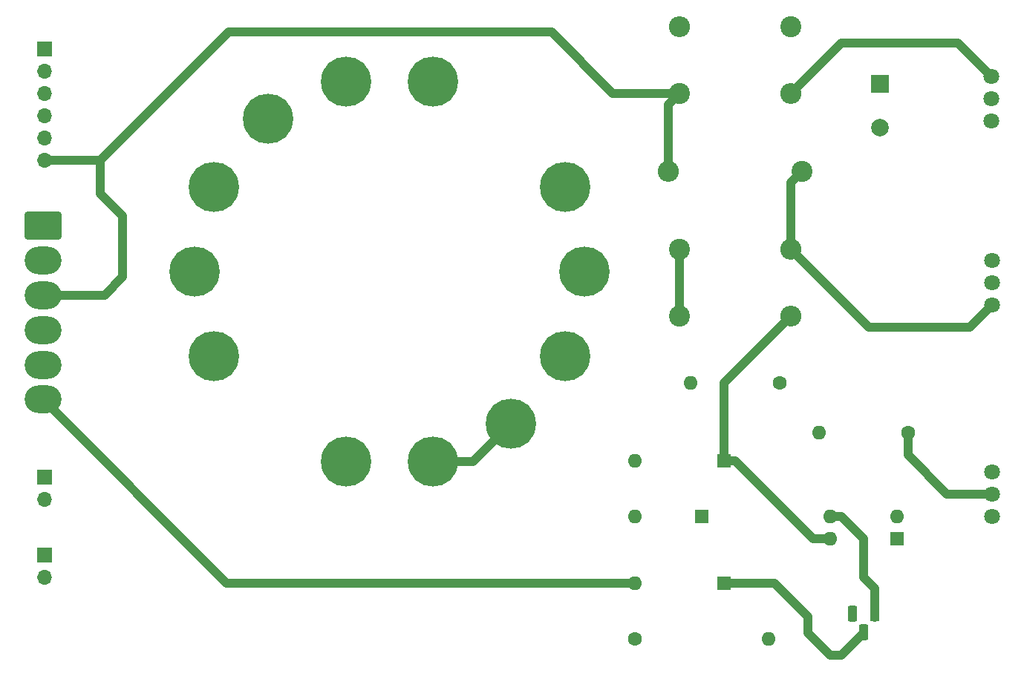
<source format=gbr>
%TF.GenerationSoftware,KiCad,Pcbnew,6.0.9-8da3e8f707~117~ubuntu22.04.1*%
%TF.CreationDate,2022-12-13T20:05:36-05:00*%
%TF.ProjectId,anderson_crt,616e6465-7273-46f6-9e5f-6372742e6b69,rev?*%
%TF.SameCoordinates,Original*%
%TF.FileFunction,Copper,L2,Bot*%
%TF.FilePolarity,Positive*%
%FSLAX46Y46*%
G04 Gerber Fmt 4.6, Leading zero omitted, Abs format (unit mm)*
G04 Created by KiCad (PCBNEW 6.0.9-8da3e8f707~117~ubuntu22.04.1) date 2022-12-13 20:05:36*
%MOMM*%
%LPD*%
G01*
G04 APERTURE LIST*
G04 Aperture macros list*
%AMRoundRect*
0 Rectangle with rounded corners*
0 $1 Rounding radius*
0 $2 $3 $4 $5 $6 $7 $8 $9 X,Y pos of 4 corners*
0 Add a 4 corners polygon primitive as box body*
4,1,4,$2,$3,$4,$5,$6,$7,$8,$9,$2,$3,0*
0 Add four circle primitives for the rounded corners*
1,1,$1+$1,$2,$3*
1,1,$1+$1,$4,$5*
1,1,$1+$1,$6,$7*
1,1,$1+$1,$8,$9*
0 Add four rect primitives between the rounded corners*
20,1,$1+$1,$2,$3,$4,$5,0*
20,1,$1+$1,$4,$5,$6,$7,0*
20,1,$1+$1,$6,$7,$8,$9,0*
20,1,$1+$1,$8,$9,$2,$3,0*%
G04 Aperture macros list end*
%TA.AperFunction,ComponentPad*%
%ADD10R,1.700000X1.700000*%
%TD*%
%TA.AperFunction,ComponentPad*%
%ADD11O,1.700000X1.700000*%
%TD*%
%TA.AperFunction,ComponentPad*%
%ADD12R,1.600000X1.600000*%
%TD*%
%TA.AperFunction,ComponentPad*%
%ADD13O,1.600000X1.600000*%
%TD*%
%TA.AperFunction,ComponentPad*%
%ADD14C,1.600000*%
%TD*%
%TA.AperFunction,ComponentPad*%
%ADD15RoundRect,0.250000X-1.850000X1.330000X-1.850000X-1.330000X1.850000X-1.330000X1.850000X1.330000X0*%
%TD*%
%TA.AperFunction,ComponentPad*%
%ADD16O,4.200000X3.160000*%
%TD*%
%TA.AperFunction,ComponentPad*%
%ADD17R,1.100000X1.800000*%
%TD*%
%TA.AperFunction,ComponentPad*%
%ADD18RoundRect,0.275000X0.275000X0.625000X-0.275000X0.625000X-0.275000X-0.625000X0.275000X-0.625000X0*%
%TD*%
%TA.AperFunction,ComponentPad*%
%ADD19C,2.400000*%
%TD*%
%TA.AperFunction,ComponentPad*%
%ADD20O,2.400000X2.400000*%
%TD*%
%TA.AperFunction,ComponentPad*%
%ADD21C,1.800000*%
%TD*%
%TA.AperFunction,ComponentPad*%
%ADD22C,5.715000*%
%TD*%
%TA.AperFunction,ComponentPad*%
%ADD23R,2.000000X2.000000*%
%TD*%
%TA.AperFunction,ComponentPad*%
%ADD24C,2.000000*%
%TD*%
%TA.AperFunction,Conductor*%
%ADD25C,1.016000*%
%TD*%
G04 APERTURE END LIST*
D10*
%TO.P,J3,1,Pin_1*%
%TO.N,/+360V*%
X86360000Y-62230000D03*
D11*
%TO.P,J3,2,Pin_2*%
%TO.N,Net-(CRT1-Pad7)*%
X86360000Y-64770000D03*
%TO.P,J3,3,Pin_3*%
%TO.N,Net-(CRT1-Pad8)*%
X86360000Y-67310000D03*
%TO.P,J3,4,Pin_4*%
%TO.N,Net-(CRT1-Pad10)*%
X86360000Y-69850000D03*
%TO.P,J3,5,Pin_5*%
%TO.N,Net-(CRT1-Pad11)*%
X86360000Y-72390000D03*
%TO.P,J3,6,Pin_6*%
%TO.N,/0V*%
X86360000Y-74930000D03*
%TD*%
D12*
%TO.P,D1,1,K*%
%TO.N,/-1320V*%
X163830000Y-109220000D03*
D13*
%TO.P,D1,2,A*%
%TO.N,/H1*%
X153670000Y-109220000D03*
%TD*%
D12*
%TO.P,D2,1,K*%
%TO.N,Net-(D2-Pad1)*%
X161290000Y-115570000D03*
D13*
%TO.P,D2,2,A*%
%TO.N,/H1*%
X153670000Y-115570000D03*
%TD*%
D14*
%TO.P,R2,1*%
%TO.N,/-1400V*%
X153670000Y-129540000D03*
D13*
%TO.P,R2,2*%
%TO.N,Net-(Q1-Pad3)*%
X168910000Y-129540000D03*
%TD*%
D15*
%TO.P,J1,1,Pin_1*%
%TO.N,/+360V*%
X86135000Y-82435000D03*
D16*
%TO.P,J1,2,Pin_2*%
%TO.N,unconnected-(J1-Pad2)*%
X86135000Y-86395000D03*
%TO.P,J1,3,Pin_3*%
%TO.N,/0V*%
X86135000Y-90355000D03*
%TO.P,J1,4,Pin_4*%
%TO.N,unconnected-(J1-Pad4)*%
X86135000Y-94315000D03*
%TO.P,J1,5,Pin_5*%
%TO.N,unconnected-(J1-Pad5)*%
X86135000Y-98275000D03*
%TO.P,J1,6,Pin_6*%
%TO.N,/-1400V*%
X86135000Y-102235000D03*
%TD*%
D17*
%TO.P,Q1,1,E*%
%TO.N,Net-(Q1-Pad1)*%
X180975000Y-126715000D03*
D18*
%TO.P,Q1,2,B*%
%TO.N,Net-(D2-Pad1)*%
X179705000Y-128785000D03*
%TO.P,Q1,3,C*%
%TO.N,Net-(Q1-Pad3)*%
X178435000Y-126715000D03*
%TD*%
D12*
%TO.P,U1,1*%
%TO.N,unconnected-(U1-Pad1)*%
X183505000Y-118115000D03*
D13*
%TO.P,U1,2*%
%TO.N,Net-(J2-Pad2)*%
X183505000Y-115575000D03*
%TO.P,U1,3*%
%TO.N,Net-(Q1-Pad1)*%
X175885000Y-115575000D03*
%TO.P,U1,4*%
%TO.N,/-1320V*%
X175885000Y-118115000D03*
%TD*%
D19*
%TO.P,R7,1*%
%TO.N,/-935V*%
X158750000Y-92710000D03*
D20*
%TO.P,R7,2*%
%TO.N,/-1320V*%
X171450000Y-92710000D03*
%TD*%
D19*
%TO.P,R6,1*%
%TO.N,/-935V*%
X158750000Y-85090000D03*
D20*
%TO.P,R6,2*%
%TO.N,Net-(R5-Pad1)*%
X171450000Y-85090000D03*
%TD*%
D10*
%TO.P,J2,1,Pin_1*%
%TO.N,Net-(J2-Pad1)*%
X86360000Y-120015000D03*
D11*
%TO.P,J2,2,Pin_2*%
%TO.N,Net-(J2-Pad2)*%
X86360000Y-122555000D03*
%TD*%
D19*
%TO.P,R3,1*%
%TO.N,Net-(R3-Pad1)*%
X171450000Y-59690000D03*
D20*
%TO.P,R3,2*%
%TO.N,/+360V*%
X158750000Y-59690000D03*
%TD*%
D21*
%TO.P,RV3,1,1*%
%TO.N,Net-(J2-Pad1)*%
X194330000Y-115570000D03*
%TO.P,RV3,2,2*%
%TO.N,unconnected-(RV3-Pad2)*%
X194330000Y-113030000D03*
%TO.P,RV3,3,3*%
%TO.N,Net-(J2-Pad2)*%
X194330000Y-110490000D03*
%TD*%
%TO.P,RV1,1,1*%
%TO.N,Net-(R3-Pad1)*%
X194310000Y-70485000D03*
%TO.P,RV1,2,2*%
%TO.N,Net-(C1-Pad1)*%
X194310000Y-67945000D03*
%TO.P,RV1,3,3*%
%TO.N,Net-(R4-Pad2)*%
X194310000Y-65405000D03*
%TD*%
D22*
%TO.P,CRT1,1,H1*%
%TO.N,/H1*%
X130581354Y-109288000D03*
%TO.P,CRT1,2,K*%
X139492354Y-104996000D03*
%TO.P,CRT1,3,G1*%
%TO.N,Net-(CRT1-Pad3)*%
X145659354Y-97263000D03*
%TO.P,CRT1,4*%
%TO.N,N/C*%
X147860354Y-87620000D03*
%TO.P,CRT1,5,A1*%
%TO.N,Net-(CRT1-Pad5)*%
X145659354Y-77977000D03*
%TO.P,CRT1,7,Y1*%
%TO.N,Net-(CRT1-Pad7)*%
X130581354Y-65952000D03*
%TO.P,CRT1,8,Y2*%
%TO.N,Net-(CRT1-Pad8)*%
X120689354Y-65952000D03*
%TO.P,CRT1,9,A2*%
%TO.N,Net-(C1-Pad1)*%
X111778354Y-70244000D03*
%TO.P,CRT1,10,X1*%
%TO.N,Net-(CRT1-Pad10)*%
X105611354Y-77977000D03*
%TO.P,CRT1,11,X2*%
%TO.N,Net-(CRT1-Pad11)*%
X103410354Y-87620000D03*
%TO.P,CRT1,12*%
%TO.N,N/C*%
X105611354Y-97263000D03*
%TO.P,CRT1,14,H2*%
%TO.N,/H2*%
X120689354Y-109288000D03*
%TD*%
D12*
%TO.P,D3,1,K*%
%TO.N,Net-(D2-Pad1)*%
X163830000Y-123190000D03*
D13*
%TO.P,D3,2,A*%
%TO.N,/-1400V*%
X153670000Y-123190000D03*
%TD*%
D14*
%TO.P,R8,1*%
%TO.N,Net-(Q1-Pad3)*%
X170180000Y-100330000D03*
D13*
%TO.P,R8,2*%
%TO.N,Net-(CRT1-Pad3)*%
X160020000Y-100330000D03*
%TD*%
D14*
%TO.P,R1,1*%
%TO.N,Net-(R1-Pad1)*%
X184785000Y-106045000D03*
D13*
%TO.P,R1,2*%
%TO.N,Net-(R1-Pad2)*%
X174625000Y-106045000D03*
%TD*%
D19*
%TO.P,R5,1*%
%TO.N,Net-(R5-Pad1)*%
X172720000Y-76200000D03*
D20*
%TO.P,R5,2*%
%TO.N,/0V*%
X157480000Y-76200000D03*
%TD*%
D10*
%TO.P,J4,1,Pin_1*%
%TO.N,/H1*%
X86360000Y-111120000D03*
D11*
%TO.P,J4,2,Pin_2*%
%TO.N,/H2*%
X86360000Y-113660000D03*
%TD*%
D23*
%TO.P,C1,1*%
%TO.N,Net-(C1-Pad1)*%
X181610000Y-66212323D03*
D24*
%TO.P,C1,2*%
%TO.N,/0V*%
X181610000Y-71212323D03*
%TD*%
D21*
%TO.P,RV2,1,1*%
%TO.N,Net-(R5-Pad1)*%
X194330000Y-91440000D03*
%TO.P,RV2,2,2*%
%TO.N,Net-(CRT1-Pad5)*%
X194330000Y-88900000D03*
%TO.P,RV2,3,3*%
%TO.N,/-935V*%
X194330000Y-86360000D03*
%TD*%
D19*
%TO.P,R4,1*%
%TO.N,/0V*%
X158750000Y-67310000D03*
D20*
%TO.P,R4,2*%
%TO.N,Net-(R4-Pad2)*%
X171450000Y-67310000D03*
%TD*%
D25*
%TO.N,/0V*%
X107315000Y-60325000D02*
X144145000Y-60325000D01*
X144145000Y-60325000D02*
X151130000Y-67310000D01*
X92710000Y-74930000D02*
X107315000Y-60325000D01*
X151130000Y-67310000D02*
X158750000Y-67310000D01*
X86135000Y-90355000D02*
X93160000Y-90355000D01*
X93160000Y-90355000D02*
X95250000Y-88265000D01*
X95250000Y-88265000D02*
X95250000Y-81280000D01*
X92710000Y-78740000D02*
X92710000Y-74930000D01*
X95250000Y-81280000D02*
X92710000Y-78740000D01*
X157480000Y-68580000D02*
X158750000Y-67310000D01*
X157480000Y-76200000D02*
X157480000Y-68580000D01*
X86360000Y-74930000D02*
X92710000Y-74930000D01*
%TO.N,/H1*%
X130581354Y-109288000D02*
X135200354Y-109288000D01*
X135200354Y-109288000D02*
X139492354Y-104996000D01*
%TO.N,/-1320V*%
X173995000Y-118115000D02*
X175885000Y-118115000D01*
X171450000Y-92710000D02*
X163830000Y-100330000D01*
X163830000Y-109220000D02*
X165100000Y-109220000D01*
X165100000Y-109220000D02*
X173995000Y-118115000D01*
X163830000Y-100330000D02*
X163830000Y-109220000D01*
%TO.N,Net-(D2-Pad1)*%
X169545000Y-123190000D02*
X163830000Y-123190000D01*
X175895000Y-131445000D02*
X173355000Y-128905000D01*
X179705000Y-128385000D02*
X179705000Y-128905000D01*
X173355000Y-127000000D02*
X169545000Y-123190000D01*
X179705000Y-128905000D02*
X177165000Y-131445000D01*
X177165000Y-131445000D02*
X175895000Y-131445000D01*
X173355000Y-128905000D02*
X173355000Y-127000000D01*
%TO.N,/-1400V*%
X107090000Y-123190000D02*
X153670000Y-123190000D01*
X86135000Y-102235000D02*
X107090000Y-123190000D01*
%TO.N,Net-(Q1-Pad1)*%
X180975000Y-123825000D02*
X180975000Y-127115000D01*
X177170000Y-115575000D02*
X179705000Y-118110000D01*
X175885000Y-115575000D02*
X177170000Y-115575000D01*
X179705000Y-118110000D02*
X179705000Y-122555000D01*
X179705000Y-122555000D02*
X180975000Y-123825000D01*
%TO.N,Net-(R4-Pad2)*%
X177165000Y-61595000D02*
X171450000Y-67310000D01*
X190500000Y-61595000D02*
X177165000Y-61595000D01*
X194310000Y-65405000D02*
X190500000Y-61595000D01*
%TO.N,Net-(R5-Pad1)*%
X171450000Y-85090000D02*
X180340000Y-93980000D01*
X171450000Y-77470000D02*
X172720000Y-76200000D01*
X171450000Y-85090000D02*
X171450000Y-77470000D01*
X191790000Y-93980000D02*
X194330000Y-91440000D01*
X180340000Y-93980000D02*
X191790000Y-93980000D01*
%TO.N,/-935V*%
X158750000Y-92710000D02*
X158750000Y-85090000D01*
%TO.N,unconnected-(RV3-Pad2)*%
X189230000Y-113030000D02*
X194330000Y-113030000D01*
X184785000Y-106045000D02*
X184785000Y-108585000D01*
X184785000Y-108585000D02*
X189230000Y-113030000D01*
%TD*%
M02*

</source>
